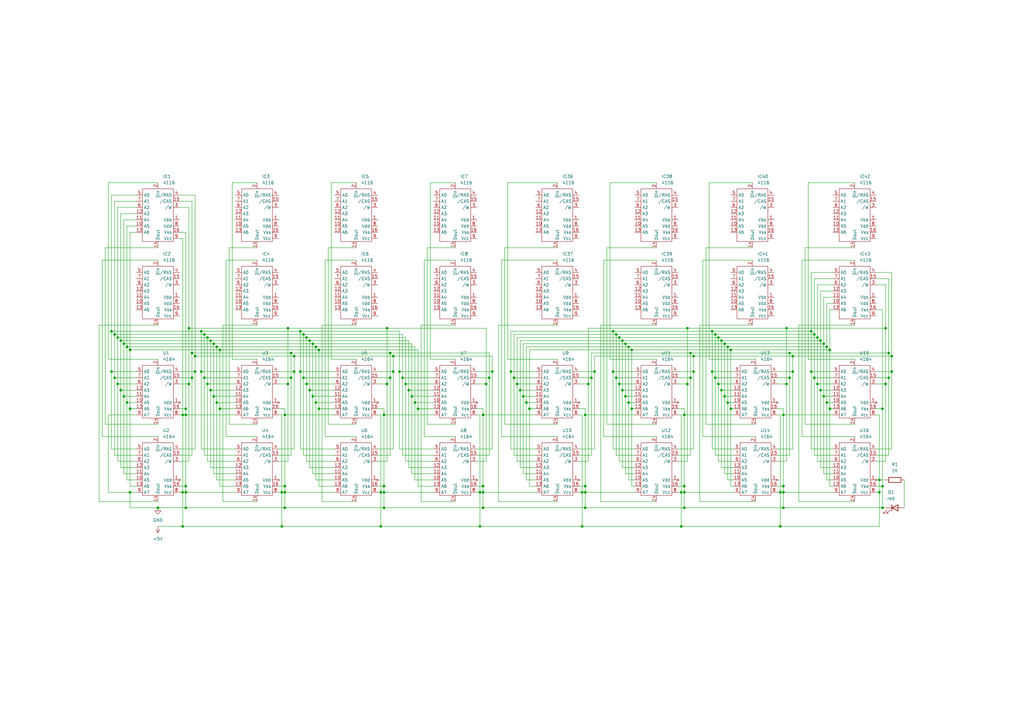
<source format=kicad_sch>
(kicad_sch (version 20211123) (generator eeschema)
  (paper "A3")
  (title_block (title "Dragon32 Mark 2 Issue 6 ram replacement board") (date "2022-02-07") (rev "0") (comment 1 "Converts 4116 x16 to 4164 x16") (comment 2 "Ignores extra memory available"))
  (junction (at 215.9 165.1))
  (junction (at 120.65 146.05))
  (junction (at 83.82 154.94))
  (junction (at 243.84 152.4))
  (junction (at 284.48 152.4))
  (junction (at 321.31 199.39))
  (junction (at 295.91 160.02))
  (junction (at 118.11 134.62))
  (junction (at 168.91 162.56))
  (junction (at 198.12 170.18))
  (junction (at 259.08 143.51))
  (junction (at 198.12 199.39))
  (junction (at 201.93 152.4))
  (junction (at 256.54 162.56))
  (junction (at 299.72 143.51))
  (junction (at 200.66 154.94))
  (junction (at 53.34 143.51))
  (junction (at 52.07 165.1))
  (junction (at 217.17 167.64))
  (junction (at 85.09 138.43))
  (junction (at 320.04 201.93))
  (junction (at 161.29 152.4))
  (junction (at 297.18 140.97))
  (junction (at 259.08 167.64))
  (junction (at 125.73 138.43))
  (junction (at 87.63 140.97))
  (junction (at 52.07 142.24))
  (junction (at 116.84 199.39))
  (junction (at 74.93 201.93))
  (junction (at 295.91 139.7))
  (junction (at 212.09 157.48))
  (junction (at 86.36 160.02))
  (junction (at 120.65 152.4))
  (junction (at 292.1 135.89))
  (junction (at 165.1 154.94))
  (junction (at 163.83 152.4))
  (junction (at 299.72 167.64))
  (junction (at 124.46 154.94))
  (junction (at 127 139.7))
  (junction (at 238.76 215.9))
  (junction (at 170.18 165.1))
  (junction (at 294.64 138.43))
  (junction (at 74.93 215.9))
  (junction (at 77.47 157.48))
  (junction (at 322.58 157.48))
  (junction (at 214.63 162.56))
  (junction (at 80.01 146.05))
  (junction (at 196.85 215.9))
  (junction (at 87.63 162.56))
  (junction (at 116.84 201.93))
  (junction (at 363.22 134.62))
  (junction (at 325.12 146.05))
  (junction (at 86.36 139.7))
  (junction (at 115.57 215.9))
  (junction (at 118.11 157.48))
  (junction (at 336.55 139.7))
  (junction (at 78.74 154.94))
  (junction (at 76.2 208.28))
  (junction (at 76.2 199.39))
  (junction (at 240.03 199.39))
  (junction (at 256.54 140.97))
  (junction (at 340.36 167.64))
  (junction (at 82.55 135.89))
  (junction (at 76.2 170.18))
  (junction (at 255.27 139.7))
  (junction (at 123.19 135.89))
  (junction (at 209.55 152.4))
  (junction (at 167.64 160.02))
  (junction (at 129.54 165.1))
  (junction (at 53.34 167.64))
  (junction (at 85.09 157.48))
  (junction (at 83.82 137.16))
  (junction (at 76.2 201.93))
  (junction (at 158.75 134.62))
  (junction (at 336.55 160.02))
  (junction (at 130.81 143.51))
  (junction (at 157.48 201.93))
  (junction (at 292.1 152.4))
  (junction (at 129.54 142.24))
  (junction (at 198.12 208.28))
  (junction (at 82.55 152.4))
  (junction (at 116.84 170.18))
  (junction (at 321.31 208.28))
  (junction (at 283.21 144.78))
  (junction (at 128.27 162.56))
  (junction (at 252.73 137.16))
  (junction (at 293.37 154.94))
  (junction (at 156.21 215.9))
  (junction (at 339.09 165.1))
  (junction (at 365.76 146.05))
  (junction (at 238.76 201.93))
  (junction (at 284.48 146.05))
  (junction (at 365.76 152.4))
  (junction (at 279.4 215.9))
  (junction (at 254 157.48))
  (junction (at 49.53 160.02))
  (junction (at 46.99 137.16))
  (junction (at 241.3 157.48))
  (junction (at 46.99 154.94))
  (junction (at 337.82 162.56))
  (junction (at 88.9 142.24))
  (junction (at 257.81 142.24))
  (junction (at 53.34 201.93))
  (junction (at 251.46 135.89))
  (junction (at 280.67 201.93))
  (junction (at 254 138.43))
  (junction (at 322.58 134.62))
  (junction (at 280.67 208.28))
  (junction (at 323.85 144.78))
  (junction (at 196.85 201.93))
  (junction (at 240.03 201.93))
  (junction (at 125.73 157.48))
  (junction (at 361.95 167.64))
  (junction (at 360.68 201.93))
  (junction (at 166.37 157.48))
  (junction (at 48.26 138.43))
  (junction (at 128.27 140.97))
  (junction (at 255.27 160.02))
  (junction (at 281.94 157.48))
  (junction (at 88.9 165.1))
  (junction (at 339.09 142.24))
  (junction (at 49.53 139.7))
  (junction (at 157.48 170.18))
  (junction (at 280.67 170.18))
  (junction (at 116.84 208.28))
  (junction (at 320.04 215.9))
  (junction (at 130.81 167.64))
  (junction (at 332.74 135.89))
  (junction (at 298.45 165.1))
  (junction (at 158.75 157.48))
  (junction (at 321.31 170.18))
  (junction (at 90.17 167.64))
  (junction (at 332.74 152.4))
  (junction (at 119.38 154.94))
  (junction (at 361.95 199.39))
  (junction (at 283.21 154.94))
  (junction (at 297.18 162.56))
  (junction (at 335.28 138.43))
  (junction (at 78.74 144.78))
  (junction (at 281.94 134.62))
  (junction (at 325.12 152.4))
  (junction (at 160.02 154.94))
  (junction (at 323.85 154.94))
  (junction (at 364.49 154.94))
  (junction (at 298.45 142.24))
  (junction (at 123.19 152.4))
  (junction (at 74.93 170.18))
  (junction (at 364.49 144.78))
  (junction (at 242.57 154.94))
  (junction (at 240.03 208.28))
  (junction (at 210.82 154.94))
  (junction (at 115.57 201.93))
  (junction (at 50.8 162.56))
  (junction (at 240.03 170.18))
  (junction (at 90.17 143.51))
  (junction (at 64.77 208.28))
  (junction (at 157.48 208.28))
  (junction (at 160.02 144.78))
  (junction (at 334.01 154.94))
  (junction (at 156.21 201.93))
  (junction (at 293.37 137.16))
  (junction (at 294.64 157.48))
  (junction (at 279.4 201.93))
  (junction (at 161.29 146.05))
  (junction (at 77.47 134.62))
  (junction (at 80.01 152.4))
  (junction (at 361.95 208.28))
  (junction (at 340.36 143.51))
  (junction (at 360.68 196.85))
  (junction (at 280.67 199.39))
  (junction (at 251.46 152.4))
  (junction (at 334.01 137.16))
  (junction (at 119.38 144.78))
  (junction (at 337.82 140.97))
  (junction (at 45.72 152.4))
  (junction (at 363.22 157.48))
  (junction (at 157.48 199.39))
  (junction (at 127 160.02))
  (junction (at 45.72 135.89))
  (junction (at 321.31 201.93))
  (junction (at 48.26 157.48))
  (junction (at 171.45 167.64))
  (junction (at 76.2 167.64))
  (junction (at 198.12 201.93))
  (junction (at 252.73 154.94))
  (junction (at 50.8 140.97))
  (junction (at 335.28 157.48))
  (junction (at 199.39 157.48))
  (junction (at 124.46 137.16))
  (junction (at 213.36 160.02))
  (junction (at 257.81 165.1))
  (wire (pts (xy 186.69 133.35) (xy 172.72 133.35)))
  (wire (pts (xy 331.47 147.32) (xy 331.47 74.93)))
  (wire (pts (xy 129.54 142.24) (xy 129.54 165.1)))
  (wire (pts (xy 50.8 140.97) (xy 50.8 162.56)))
  (wire (pts (xy 284.48 152.4) (xy 284.48 184.15)))
  (wire (pts (xy 64.77 215.9) (xy 74.93 215.9)))
  (wire (pts (xy 124.46 137.16) (xy 165.1 137.16)))
  (wire (pts (xy 92.71 106.68) (xy 92.71 179.07)))
  (wire (pts (xy 280.67 201.93) (xy 300.99 201.93)))
  (wire (pts (xy 130.81 143.51) (xy 171.45 143.51)))
  (wire (pts (xy 332.74 111.76) (xy 341.63 111.76)))
  (wire (pts (xy 309.88 173.99) (xy 289.56 173.99)))
  (wire (pts (xy 124.46 186.69) (xy 137.16 186.69)))
  (wire (pts (xy 361.95 199.39) (xy 361.95 167.64)))
  (wire (pts (xy 335.28 116.84) (xy 341.63 116.84)))
  (wire (pts (xy 82.55 152.4) (xy 96.52 152.4)))
  (wire (pts (xy 115.57 215.9) (xy 115.57 201.93)))
  (wire (pts (xy 298.45 142.24) (xy 298.45 165.1)))
  (wire (pts (xy 45.72 80.01) (xy 45.72 135.89)))
  (wire (pts (xy 76.2 208.28) (xy 116.84 208.28)))
  (wire (pts (xy 175.26 173.99) (xy 186.69 173.99)))
  (wire (pts (xy 41.91 106.68) (xy 41.91 179.07)))
  (wire (pts (xy 293.37 137.16) (xy 293.37 154.94)))
  (wire (pts (xy 44.45 201.93) (xy 44.45 170.18)))
  (wire (pts (xy 281.94 134.62) (xy 281.94 157.48)))
  (wire (pts (xy 284.48 146.05) (xy 284.48 152.4)))
  (wire (pts (xy 321.31 208.28) (xy 361.95 208.28)))
  (wire (pts (xy 82.55 184.15) (xy 96.52 184.15)))
  (wire (pts (xy 201.93 152.4) (xy 201.93 184.15)))
  (wire (pts (xy 158.75 134.62) (xy 158.75 157.48)))
  (wire (pts (xy 90.17 167.64) (xy 96.52 167.64)))
  (wire (pts (xy 318.77 201.93) (xy 320.04 201.93)))
  (wire (pts (xy 124.46 154.94) (xy 124.46 186.69)))
  (wire (pts (xy 55.88 85.09) (xy 48.26 85.09)))
  (wire (pts (xy 359.41 157.48) (xy 363.22 157.48)))
  (wire (pts (xy 340.36 167.64) (xy 341.63 167.64)))
  (wire (pts (xy 336.55 160.02) (xy 341.63 160.02)))
  (wire (pts (xy 257.81 142.24) (xy 298.45 142.24)))
  (wire (pts (xy 287.02 133.35) (xy 308.61 133.35)))
  (wire (pts (xy 50.8 162.56) (xy 50.8 194.31)))
  (wire (pts (xy 238.76 201.93) (xy 238.76 170.18)))
  (wire (pts (xy 246.38 133.35) (xy 269.24 133.35)))
  (wire (pts (xy 240.03 201.93) (xy 260.35 201.93)))
  (wire (pts (xy 241.3 189.23) (xy 237.49 189.23)))
  (wire (pts (xy 215.9 142.24) (xy 215.9 165.1)))
  (wire (pts (xy 45.72 152.4) (xy 45.72 184.15)))
  (wire (pts (xy 255.27 139.7) (xy 255.27 160.02)))
  (wire (pts (xy 128.27 140.97) (xy 128.27 162.56)))
  (wire (pts (xy 125.73 157.48) (xy 137.16 157.48)))
  (wire (pts (xy 160.02 154.94) (xy 160.02 186.69)))
  (wire (pts (xy 281.94 189.23) (xy 278.13 189.23)))
  (wire (pts (xy 50.8 90.17) (xy 50.8 140.97)))
  (wire (pts (xy 238.76 201.93) (xy 237.49 201.93)))
  (wire (pts (xy 238.76 170.18) (xy 237.49 170.18)))
  (wire (pts (xy 80.01 146.05) (xy 80.01 152.4)))
  (wire (pts (xy 45.72 135.89) (xy 45.72 152.4)))
  (wire (pts (xy 299.72 143.51) (xy 299.72 167.64)))
  (wire (pts (xy 124.46 154.94) (xy 137.16 154.94)))
  (wire (pts (xy 200.66 186.69) (xy 195.58 186.69)))
  (wire (pts (xy 133.35 179.07) (xy 146.05 179.07)))
  (wire (pts (xy 49.53 139.7) (xy 49.53 160.02)))
  (wire (pts (xy 95.25 74.93) (xy 105.41 74.93)))
  (wire (pts (xy 200.66 144.78) (xy 200.66 154.94)))
  (wire (pts (xy 73.66 80.01) (xy 80.01 80.01)))
  (wire (pts (xy 166.37 157.48) (xy 166.37 138.43)))
  (wire (pts (xy 299.72 167.64) (xy 299.72 199.39)))
  (wire (pts (xy 146.05 133.35) (xy 132.08 133.35)))
  (wire (pts (xy 50.8 140.97) (xy 87.63 140.97)))
  (wire (pts (xy 363.22 157.48) (xy 363.22 189.23)))
  (wire (pts (xy 132.08 205.74) (xy 146.05 205.74)))
  (wire (pts (xy 252.73 154.94) (xy 252.73 186.69)))
  (wire (pts (xy 292.1 135.89) (xy 332.74 135.89)))
  (wire (pts (xy 363.22 116.84) (xy 363.22 134.62)))
  (wire (pts (xy 207.01 173.99) (xy 228.6 173.99)))
  (wire (pts (xy 77.47 157.48) (xy 77.47 189.23)))
  (wire (pts (xy 217.17 167.64) (xy 217.17 199.39)))
  (wire (pts (xy 49.53 160.02) (xy 55.88 160.02)))
  (wire (pts (xy 78.74 82.55) (xy 78.74 144.78)))
  (wire (pts (xy 48.26 157.48) (xy 55.88 157.48)))
  (wire (pts (xy 114.3 201.93) (xy 115.57 201.93)))
  (wire (pts (xy 88.9 142.24) (xy 129.54 142.24)))
  (wire (pts (xy 325.12 146.05) (xy 365.76 146.05)))
  (wire (pts (xy 204.47 133.35) (xy 204.47 205.74)))
  (wire (pts (xy 243.84 184.15) (xy 237.49 184.15)))
  (wire (pts (xy 284.48 152.4) (xy 278.13 152.4)))
  (wire (pts (xy 82.55 135.89) (xy 82.55 152.4)))
  (wire (pts (xy 293.37 186.69) (xy 300.99 186.69)))
  (wire (pts (xy 158.75 157.48) (xy 154.94 157.48)))
  (wire (pts (xy 364.49 114.3) (xy 359.41 114.3)))
  (wire (pts (xy 120.65 152.4) (xy 114.3 152.4)))
  (wire (pts (xy 337.82 140.97) (xy 337.82 121.92)))
  (wire (pts (xy 240.03 170.18) (xy 240.03 167.64)))
  (wire (pts (xy 157.48 201.93) (xy 157.48 199.39)))
  (wire (pts (xy 252.73 137.16) (xy 293.37 137.16)))
  (wire (pts (xy 309.88 179.07) (xy 288.29 179.07)))
  (wire (pts (xy 228.6 101.6) (xy 207.01 101.6)))
  (wire (pts (xy 336.55 139.7) (xy 336.55 119.38)))
  (wire (pts (xy 214.63 140.97) (xy 256.54 140.97)))
  (wire (pts (xy 198.12 199.39) (xy 195.58 199.39)))
  (wire (pts (xy 55.88 90.17) (xy 50.8 90.17)))
  (wire (pts (xy 240.03 167.64) (xy 237.49 167.64)))
  (wire (pts (xy 64.77 74.93) (xy 44.45 74.93)))
  (wire (pts (xy 334.01 137.16) (xy 334.01 154.94)))
  (wire (pts (xy 290.83 74.93) (xy 308.61 74.93)))
  (wire (pts (xy 130.81 167.64) (xy 130.81 199.39)))
  (wire (pts (xy 135.89 147.32) (xy 146.05 147.32)))
  (wire (pts (xy 198.12 170.18) (xy 219.71 170.18)))
  (wire (pts (xy 280.67 208.28) (xy 280.67 201.93)))
  (wire (pts (xy 48.26 85.09) (xy 48.26 138.43)))
  (wire (pts (xy 53.34 143.51) (xy 53.34 167.64)))
  (wire (pts (xy 128.27 162.56) (xy 137.16 162.56)))
  (wire (pts (xy 160.02 144.78) (xy 160.02 154.94)))
  (wire (pts (xy 105.41 101.6) (xy 93.98 101.6)))
  (wire (pts (xy 214.63 162.56) (xy 219.71 162.56)))
  (wire (pts (xy 361.95 127) (xy 359.41 127)))
  (wire (pts (xy 168.91 162.56) (xy 168.91 194.31)))
  (wire (pts (xy 198.12 208.28) (xy 198.12 201.93)))
  (wire (pts (xy 217.17 167.64) (xy 219.71 167.64)))
  (wire (pts (xy 332.74 184.15) (xy 341.63 184.15)))
  (wire (pts (xy 46.99 154.94) (xy 46.99 186.69)))
  (wire (pts (xy 320.04 170.18) (xy 318.77 170.18)))
  (wire (pts (xy 86.36 191.77) (xy 96.52 191.77)))
  (wire (pts (xy 339.09 165.1) (xy 339.09 196.85)))
  (wire (pts (xy 128.27 140.97) (xy 168.91 140.97)))
  (wire (pts (xy 46.99 82.55) (xy 46.99 137.16)))
  (wire (pts (xy 76.2 167.64) (xy 76.2 170.18)))
  (wire (pts (xy 321.31 199.39) (xy 321.31 170.18)))
  (wire (pts (xy 279.4 170.18) (xy 278.13 170.18)))
  (wire (pts (xy 228.6 133.35) (xy 204.47 133.35)))
  (wire (pts (xy 87.63 162.56) (xy 96.52 162.56)))
  (wire (pts (xy 156.21 215.9) (xy 196.85 215.9)))
  (wire (pts (xy 77.47 134.62) (xy 118.11 134.62)))
  (wire (pts (xy 256.54 162.56) (xy 256.54 194.31)))
  (wire (pts (xy 85.09 138.43) (xy 125.73 138.43)))
  (wire (pts (xy 88.9 142.24) (xy 88.9 165.1)))
  (wire (pts (xy 269.24 205.74) (xy 246.38 205.74)))
  (wire (pts (xy 215.9 142.24) (xy 257.81 142.24)))
  (wire (pts (xy 85.09 189.23) (xy 96.52 189.23)))
  (wire (pts (xy 360.68 196.85) (xy 360.68 170.18)))
  (wire (pts (xy 240.03 201.93) (xy 240.03 199.39)))
  (wire (pts (xy 363.22 116.84) (xy 359.41 116.84)))
  (wire (pts (xy 74.93 170.18) (xy 73.66 170.18)))
  (wire (pts (xy 146.05 101.6) (xy 134.62 101.6)))
  (wire (pts (xy 322.58 157.48) (xy 322.58 189.23)))
  (wire (pts (xy 55.88 80.01) (xy 45.72 80.01)))
  (wire (pts (xy 335.28 189.23) (xy 341.63 189.23)))
  (wire (pts (xy 161.29 146.05) (xy 161.29 152.4)))
  (wire (pts (xy 186.69 106.68) (xy 173.99 106.68)))
  (wire (pts (xy 73.66 85.09) (xy 77.47 85.09)))
  (wire (pts (xy 339.09 165.1) (xy 341.63 165.1)))
  (wire (pts (xy 177.8 167.64) (xy 171.45 167.64)))
  (wire (pts (xy 125.73 157.48) (xy 125.73 189.23)))
  (wire (pts (xy 320.04 201.93) (xy 320.04 170.18)))
  (wire (pts (xy 247.65 106.68) (xy 269.24 106.68)))
  (wire (pts (xy 210.82 154.94) (xy 219.71 154.94)))
  (wire (pts (xy 105.41 106.68) (xy 92.71 106.68)))
  (wire (pts (xy 288.29 179.07) (xy 288.29 106.68)))
  (wire (pts (xy 43.18 101.6) (xy 43.18 173.99)))
  (wire (pts (xy 318.77 199.39) (xy 321.31 199.39)))
  (wire (pts (xy 217.17 143.51) (xy 217.17 167.64)))
  (wire (pts (xy 157.48 208.28) (xy 198.12 208.28)))
  (wire (pts (xy 295.91 191.77) (xy 300.99 191.77)))
  (wire (pts (xy 323.85 144.78) (xy 323.85 154.94)))
  (wire (pts (xy 163.83 135.89) (xy 163.83 152.4)))
  (wire (pts (xy 52.07 142.24) (xy 52.07 165.1)))
  (wire (pts (xy 198.12 167.64) (xy 195.58 167.64)))
  (wire (pts (xy 53.34 95.25) (xy 53.34 143.51)))
  (wire (pts (xy 320.04 215.9) (xy 360.68 215.9)))
  (wire (pts (xy 157.48 170.18) (xy 157.48 167.64)))
  (wire (pts (xy 259.08 143.51) (xy 259.08 167.64)))
  (wire (pts (xy 295.91 160.02) (xy 300.99 160.02)))
  (wire (pts (xy 259.08 199.39) (xy 260.35 199.39)))
  (wire (pts (xy 161.29 184.15) (xy 154.94 184.15)))
  (wire (pts (xy 208.28 74.93) (xy 208.28 147.32)))
  (wire (pts (xy 48.26 157.48) (xy 48.26 189.23)))
  (wire (pts (xy 241.3 134.62) (xy 241.3 157.48)))
  (wire (pts (xy 73.66 154.94) (xy 78.74 154.94)))
  (wire (pts (xy 172.72 133.35) (xy 172.72 205.74)))
  (wire (pts (xy 78.74 144.78) (xy 119.38 144.78)))
  (wire (pts (xy 170.18 165.1) (xy 170.18 196.85)))
  (wire (pts (xy 242.57 144.78) (xy 283.21 144.78)))
  (wire (pts (xy 76.2 170.18) (xy 96.52 170.18)))
  (wire (pts (xy 74.93 215.9) (xy 74.93 201.93)))
  (wire (pts (xy 257.81 196.85) (xy 260.35 196.85)))
  (wire (pts (xy 209.55 135.89) (xy 251.46 135.89)))
  (wire (pts (xy 115.57 201.93) (xy 115.57 170.18)))
  (wire (pts (xy 49.53 160.02) (xy 49.53 191.77)))
  (wire (pts (xy 116.84 201.93) (xy 116.84 199.39)))
  (wire (pts (xy 321.31 167.64) (xy 318.77 167.64)))
  (wire (pts (xy 132.08 133.35) (xy 132.08 205.74)))
  (wire (pts (xy 119.38 144.78) (xy 119.38 154.94)))
  (wire (pts (xy 52.07 196.85) (xy 55.88 196.85)))
  (wire (pts (xy 198.12 199.39) (xy 198.12 170.18)))
  (wire (pts (xy 198.12 208.28) (xy 240.03 208.28)))
  (wire (pts (xy 64.77 133.35) (xy 40.64 133.35)))
  (wire (pts (xy 86.36 160.02) (xy 96.52 160.02)))
  (wire (pts (xy 40.64 133.35) (xy 40.64 205.74)))
  (wire (pts (xy 364.49 186.69) (xy 359.41 186.69)))
  (wire (pts (xy 288.29 106.68) (xy 308.61 106.68)))
  (wire (pts (xy 83.82 154.94) (xy 96.52 154.94)))
  (wire (pts (xy 52.07 165.1) (xy 52.07 196.85)))
  (wire (pts (xy 88.9 165.1) (xy 88.9 196.85)))
  (wire (pts (xy 283.21 154.94) (xy 283.21 186.69)))
  (wire (pts (xy 298.45 142.24) (xy 339.09 142.24)))
  (wire (pts (xy 123.19 152.4) (xy 137.16 152.4)))
  (wire (pts (xy 128.27 194.31) (xy 137.16 194.31)))
  (wire (pts (xy 134.62 101.6) (xy 134.62 173.99)))
  (wire (pts (xy 123.19 184.15) (xy 137.16 184.15)))
  (wire (pts (xy 254 138.43) (xy 254 157.48)))
  (wire (pts (xy 336.55 160.02) (xy 336.55 191.77)))
  (wire (pts (xy 360.68 215.9) (xy 360.68 201.93)))
  (wire (pts (xy 49.53 191.77) (xy 55.88 191.77)))
  (wire (pts (xy 64.77 106.68) (xy 41.91 106.68)))
  (wire (pts (xy 168.91 162.56) (xy 168.91 140.97)))
  (wire (pts (xy 269.24 147.32) (xy 250.19 147.32)))
  (wire (pts (xy 255.27 160.02) (xy 260.35 160.02)))
  (wire (pts (xy 195.58 189.23) (xy 199.39 189.23)))
  (wire (pts (xy 116.84 199.39) (xy 116.84 170.18)))
  (wire (pts (xy 116.84 170.18) (xy 137.16 170.18)))
  (wire (pts (xy 248.92 173.99) (xy 248.92 101.6)))
  (wire (pts (xy 76.2 201.93) (xy 76.2 199.39)))
  (wire (pts (xy 74.93 97.79) (xy 73.66 97.79)))
  (wire (pts (xy 172.72 205.74) (xy 186.69 205.74)))
  (wire (pts (xy 240.03 199.39) (xy 237.49 199.39)))
  (wire (pts (xy 337.82 194.31) (xy 341.63 194.31)))
  (wire (pts (xy 86.36 160.02) (xy 86.36 191.77)))
  (wire (pts (xy 295.91 160.02) (xy 295.91 191.77)))
  (wire (pts (xy 292.1 135.89) (xy 292.1 152.4)))
  (wire (pts (xy 161.29 152.4) (xy 154.94 152.4)))
  (wire (pts (xy 93.98 173.99) (xy 105.41 173.99)))
  (wire (pts (xy 74.93 97.79) (xy 74.93 170.18)))
  (wire (pts (xy 213.36 160.02) (xy 219.71 160.02)))
  (wire (pts (xy 350.52 205.74) (xy 327.66 205.74)))
  (wire (pts (xy 256.54 162.56) (xy 260.35 162.56)))
  (wire (pts (xy 215.9 196.85) (xy 219.71 196.85)))
  (wire (pts (xy 334.01 137.16) (xy 334.01 114.3)))
  (wire (pts (xy 77.47 85.09) (xy 77.47 134.62)))
  (wire (pts (xy 123.19 152.4) (xy 123.19 184.15)))
  (wire (pts (xy 334.01 154.94) (xy 334.01 186.69)))
  (wire (pts (xy 45.72 184.15) (xy 55.88 184.15)))
  (wire (pts (xy 167.64 191.77) (xy 177.8 191.77)))
  (wire (pts (xy 364.49 144.78) (xy 364.49 154.94)))
  (wire (pts (xy 160.02 154.94) (xy 154.94 154.94)))
  (wire (pts (xy 77.47 134.62) (xy 77.47 157.48)))
  (wire (pts (xy 217.17 199.39) (xy 219.71 199.39)))
  (wire (pts (xy 177.8 160.02) (xy 167.64 160.02)))
  (wire (pts (xy 320.04 215.9) (xy 320.04 201.93)))
  (wire (pts (xy 52.07 92.71) (xy 52.07 142.24)))
  (wire (pts (xy 336.55 119.38) (xy 341.63 119.38)))
  (wire (pts (xy 50.8 162.56) (xy 55.88 162.56)))
  (wire (pts (xy 64.77 101.6) (xy 43.18 101.6)))
  (wire (pts (xy 242.57 154.94) (xy 242.57 186.69)))
  (wire (pts (xy 133.35 106.68) (xy 133.35 179.07)))
  (wire (pts (xy 201.93 146.05) (xy 201.93 152.4)))
  (wire (pts (xy 130.81 167.64) (xy 137.16 167.64)))
  (wire (pts (xy 210.82 137.16) (xy 210.82 154.94)))
  (wire (pts (xy 167.64 160.02) (xy 167.64 191.77)))
  (wire (pts (xy 328.93 106.68) (xy 350.52 106.68)))
  (wire (pts (xy 130.81 143.51) (xy 130.81 167.64)))
  (wire (pts (xy 251.46 152.4) (xy 251.46 184.15)))
  (wire (pts (xy 76.2 95.25) (xy 73.66 95.25)))
  (wire (pts (xy 82.55 152.4) (xy 82.55 184.15)))
  (wire (pts (xy 294.64 138.43) (xy 335.28 138.43)))
  (wire (pts (xy 280.67 199.39) (xy 280.67 170.18)))
  (wire (pts (xy 321.31 170.18) (xy 321.31 167.64)))
  (wire (pts (xy 325.12 184.15) (xy 318.77 184.15)))
  (wire (pts (xy 332.74 152.4) (xy 341.63 152.4)))
  (wire (pts (xy 254 157.48) (xy 260.35 157.48)))
  (wire (pts (xy 134.62 173.99) (xy 146.05 173.99)))
  (wire (pts (xy 350.52 173.99) (xy 330.2 173.99)))
  (wire (pts (xy 87.63 140.97) (xy 128.27 140.97)))
  (wire (pts (xy 53.34 167.64) (xy 53.34 199.39)))
  (wire (pts (xy 128.27 162.56) (xy 128.27 194.31)))
  (wire (pts (xy 243.84 152.4) (xy 243.84 184.15)))
  (wire (pts (xy 336.55 139.7) (xy 336.55 160.02)))
  (wire (pts (xy 251.46 152.4) (xy 260.35 152.4)))
  (wire (pts (xy 242.57 186.69) (xy 237.49 186.69)))
  (wire (pts (xy 340.36 143.51) (xy 340.36 127)))
  (wire (pts (xy 127 160.02) (xy 137.16 160.02)))
  (wire (pts (xy 240.03 170.18) (xy 260.35 170.18)))
  (wire (pts (xy 228.6 74.93) (xy 208.28 74.93)))
  (wire (pts (xy 256.54 140.97) (xy 256.54 162.56)))
  (wire (pts (xy 158.75 157.48) (xy 158.75 189.23)))
  (wire (pts (xy 130.81 199.39) (xy 137.16 199.39)))
  (wire (pts (xy 196.85 215.9) (xy 238.76 215.9)))
  (wire (pts (xy 125.73 189.23) (xy 137.16 189.23)))
  (wire (pts (xy 241.3 157.48) (xy 237.49 157.48)))
  (wire (pts (xy 252.73 154.94) (xy 260.35 154.94)))
  (wire (pts (xy 171.45 167.64) (xy 171.45 143.51)))
  (wire (pts (xy 76.2 199.39) (xy 73.66 199.39)))
  (wire (pts (xy 350.52 147.32) (xy 331.47 147.32)))
  (wire (pts (xy 321.31 201.93) (xy 321.31 199.39)))
  (wire (pts (xy 105.41 133.35) (xy 91.44 133.35)))
  (wire (pts (xy 118.11 157.48) (xy 118.11 189.23)))
  (wire (pts (xy 213.36 191.77) (xy 219.71 191.77)))
  (wire (pts (xy 327.66 133.35) (xy 350.52 133.35)))
  (wire (pts (xy 73.66 201.93) (xy 74.93 201.93)))
  (wire (pts (xy 214.63 162.56) (xy 214.63 194.31)))
  (wire (pts (xy 279.4 215.9) (xy 320.04 215.9)))
  (wire (pts (xy 157.48 199.39) (xy 154.94 199.39)))
  (wire (pts (xy 157.48 170.18) (xy 177.8 170.18)))
  (wire (pts (xy 361.95 208.28) (xy 361.95 199.39)))
  (wire (pts (xy 52.07 142.24) (xy 88.9 142.24)))
  (wire (pts (xy 215.9 165.1) (xy 219.71 165.1)))
  (wire (pts (xy 335.28 138.43) (xy 335.28 116.84)))
  (wire (pts (xy 365.76 111.76) (xy 359.41 111.76)))
  (wire (pts (xy 82.55 135.89) (xy 123.19 135.89)))
  (wire (pts (xy 294.64 189.23) (xy 300.99 189.23)))
  (wire (pts (xy 120.65 146.05) (xy 120.65 152.4)))
  (wire (pts (xy 76.2 95.25) (xy 76.2 167.64)))
  (wire (pts (xy 228.6 106.68) (xy 205.74 106.68)))
  (wire (pts (xy 297.18 140.97) (xy 297.18 162.56)))
  (wire (pts (xy 361.95 199.39) (xy 359.41 199.39)))
  (wire (pts (xy 114.3 199.39) (xy 116.84 199.39)))
  (wire (pts (xy 339.09 124.46) (xy 341.63 124.46)))
  (wire (pts (xy 163.83 152.4) (xy 163.83 184.15)))
  (wire (pts (xy 165.1 186.69) (xy 177.8 186.69)))
  (wire (pts (xy 365.76 152.4) (xy 359.41 152.4)))
  (wire (pts (xy 201.93 184.15) (xy 195.58 184.15)))
  (wire (pts (xy 242.57 144.78) (xy 242.57 154.94)))
  (wire (pts (xy 337.82 140.97) (xy 337.82 162.56)))
  (wire (pts (xy 334.01 186.69) (xy 341.63 186.69)))
  (wire (pts (xy 80.01 152.4) (xy 80.01 184.15)))
  (wire (pts (xy 212.09 138.43) (xy 254 138.43)))
  (wire (pts (xy 259.08 167.64) (xy 260.35 167.64)))
  (wire (pts (xy 252.73 137.16) (xy 252.73 154.94)))
  (wire (pts (xy 170.18 196.85) (xy 177.8 196.85)))
  (wire (pts (xy 85.09 157.48) (xy 96.52 157.48)))
  (wire (pts (xy 196.85 201.93) (xy 196.85 170.18)))
  (wire (pts (xy 158.75 134.62) (xy 199.39 134.62)))
  (wire (pts (xy 364.49 144.78) (xy 364.49 114.3)))
  (wire (pts (xy 88.9 196.85) (xy 96.52 196.85)))
  (wire (pts (xy 64.77 208.28) (xy 53.34 208.28)))
  (wire (pts (xy 337.82 121.92) (xy 341.63 121.92)))
  (wire (pts (xy 283.21 144.78) (xy 283.21 154.94)))
  (wire (pts (xy 76.2 167.64) (xy 73.66 167.64)))
  (wire (pts (xy 46.99 137.16) (xy 83.82 137.16)))
  (wire (pts (xy 116.84 201.93) (xy 137.16 201.93)))
  (wire (pts (xy 45.72 135.89) (xy 82.55 135.89)))
  (wire (pts (xy 254 157.48) (xy 254 189.23)))
  (wire (pts (xy 49.53 139.7) (xy 86.36 139.7)))
  (wire (pts (xy 209.55 152.4) (xy 219.71 152.4)))
  (wire (pts (xy 337.82 162.56) (xy 337.82 194.31)))
  (wire (pts (xy 176.53 74.93) (xy 176.53 147.32)))
  (wire (pts (xy 129.54 165.1) (xy 129.54 196.85)))
  (wire (pts (xy 327.66 205.74) (xy 327.66 133.35)))
  (wire (pts (xy 157.48 199.39) (xy 157.48 170.18)))
  (wire (pts (xy 196.85 201.93) (xy 195.58 201.93)))
  (wire (pts (xy 80.01 146.05) (xy 120.65 146.05)))
  (wire (pts (xy 146.05 106.68) (xy 133.35 106.68)))
  (wire (pts (xy 283.21 154.94) (xy 278.13 154.94)))
  (wire (pts (xy 284.48 146.05) (xy 325.12 146.05)))
  (wire (pts (xy 195.58 157.48) (xy 199.39 157.48)))
  (wire (pts (xy 48.26 138.43) (xy 85.09 138.43)))
  (wire (pts (xy 52.07 165.1) (xy 55.88 165.1)))
  (wire (pts (xy 280.67 201.93) (xy 280.67 199.39)))
  (wire (pts (xy 46.99 137.16) (xy 46.99 154.94)))
  (wire (pts (xy 96.52 201.93) (xy 76.2 201.93)))
  (wire (pts (xy 146.05 74.93) (xy 135.89 74.93)))
  (wire (pts (xy 298.45 165.1) (xy 298.45 196.85)))
  (wire (pts (xy 254 138.43) (xy 294.64 138.43)))
  (wire (pts (xy 118.11 134.62) (xy 158.75 134.62)))
  (wire (pts (xy 293.37 154.94) (xy 300.99 154.94)))
  (wire (pts (xy 198.12 201.93) (xy 219.71 201.93)))
  (wire (pts (xy 205.74 106.68) (xy 205.74 179.07)))
  (wire (pts (xy 90.17 199.39) (xy 96.52 199.39)))
  (wire (pts (xy 250.19 74.93) (xy 269.24 74.93)))
  (wire (pts (xy 240.03 208.28) (xy 240.03 201.93)))
  (wire (pts (xy 340.36 199.39) (xy 341.63 199.39)))
  (wire (pts (xy 118.11 134.62) (xy 118.11 157.48)))
  (wire (pts (xy 76.2 170.18) (xy 76.2 199.39)))
  (wire (pts (xy 209.55 135.89) (xy 209.55 152.4)))
  (wire (pts (xy 210.82 154.94) (xy 210.82 186.69)))
  (wire (pts (xy 283.21 186.69) (xy 278.13 186.69)))
  (wire (pts (xy 251.46 135.89) (xy 251.46 152.4)))
  (wire (pts (xy 105.41 147.32) (xy 95.25 147.32)))
  (wire (pts (xy 168.91 194.31) (xy 177.8 194.31)))
  (wire (pts (xy 166.37 157.48) (xy 166.37 189.23)))
  (wire (pts (xy 123.19 135.89) (xy 123.19 152.4)))
  (wire (pts (xy 210.82 186.69) (xy 219.71 186.69)))
  (wire (pts (xy 208.28 147.32) (xy 228.6 147.32)))
  (wire (pts (xy 280.67 170.18) (xy 280.67 167.64)))
  (wire (pts (xy 335.28 138.43) (xy 335.28 157.48)))
  (wire (pts (xy 365.76 184.15) (xy 359.41 184.15)))
  (wire (pts (xy 135.89 74.93) (xy 135.89 147.32)))
  (wire (pts (xy 64.77 208.28) (xy 76.2 208.28)))
  (wire (pts (xy 360.68 201.93) (xy 360.68 196.85)))
  (wire (pts (xy 91.44 133.35) (xy 91.44 205.74)))
  (wire (pts (xy 361.95 208.28) (xy 363.22 208.28)))
  (wire (pts (xy 163.83 184.15) (xy 177.8 184.15)))
  (wire (pts (xy 55.88 95.25) (xy 53.34 95.25)))
  (wire (pts (xy 175.26 101.6) (xy 175.26 173.99)))
  (wire (pts (xy 201.93 152.4) (xy 195.58 152.4)))
  (wire (pts (xy 289.56 101.6) (xy 308.61 101.6)))
  (wire (pts (xy 53.34 167.64) (xy 55.88 167.64)))
  (wire (pts (xy 204.47 205.74) (xy 228.6 205.74)))
  (wire (pts (xy 243.84 152.4) (xy 237.49 152.4)))
  (wire (pts (xy 257.81 165.1) (xy 257.81 196.85)))
  (wire (pts (xy 86.36 139.7) (xy 86.36 160.02)))
  (wire (pts (xy 83.82 186.69) (xy 96.52 186.69)))
  (wire (pts (xy 161.29 146.05) (xy 201.93 146.05)))
  (wire (pts (xy 279.4 201.93) (xy 278.13 201.93)))
  (wire (pts (xy 205.74 179.07) (xy 228.6 179.07)))
  (wire (pts (xy 186.69 74.93) (xy 176.53 74.93)))
  (wire (pts (xy 87.63 162.56) (xy 87.63 194.31)))
  (wire (pts (xy 124.46 137.16) (xy 124.46 154.94)))
  (wire (pts (xy 120.65 152.4) (xy 120.65 184.15)))
  (wire (pts (xy 318.77 154.94) (xy 323.85 154.94)))
  (wire (pts (xy 209.55 152.4) (xy 209.55 184.15)))
  (wire (pts (xy 119.38 154.94) (xy 119.38 186.69)))
  (wire (pts (xy 295.91 139.7) (xy 336.55 139.7)))
  (wire (pts (xy 170.18 165.1) (xy 170.18 142.24)))
  (wire (pts (xy 48.26 138.43) (xy 48.26 157.48)))
  (wire (pts (xy 74.93 201.93) (xy 74.93 170.18)))
  (wire (pts (xy 337.82 162.56) (xy 341.63 162.56)))
  (wire (pts (xy 280.67 167.64) (xy 278.13 167.64)))
  (wire (pts (xy 294.64 157.48) (xy 294.64 189.23)))
  (wire (pts (xy 157.48 208.28) (xy 157.48 201.93)))
  (wire (pts (xy 129.54 165.1) (xy 137.16 165.1)))
  (wire (pts (xy 95.25 147.32) (xy 95.25 74.93)))
  (wire (pts (xy 125.73 138.43) (xy 125.73 157.48)))
  (wire (pts (xy 116.84 208.28) (xy 157.48 208.28)))
  (wire (pts (xy 127 191.77) (xy 137.16 191.77)))
  (wire (pts (xy 364.49 154.94) (xy 364.49 186.69)))
  (wire (pts (xy 332.74 152.4) (xy 332.74 184.15)))
  (wire (pts (xy 257.81 165.1) (xy 260.35 165.1)))
  (wire (pts (xy 44.45 147.32) (xy 64.77 147.32)))
  (wire (pts (xy 90.17 143.51) (xy 130.81 143.51)))
  (wire (pts (xy 173.99 106.68) (xy 173.99 179.07)))
  (wire (pts (xy 281.94 157.48) (xy 278.13 157.48)))
  (wire (pts (xy 83.82 154.94) (xy 83.82 186.69)))
  (wire (pts (xy 242.57 154.94) (xy 237.49 154.94)))
  (wire (pts (xy 259.08 143.51) (xy 299.72 143.51)))
  (wire (pts (xy 171.45 167.64) (xy 171.45 199.39)))
  (wire (pts (xy 257.81 142.24) (xy 257.81 165.1)))
  (wire (pts (xy 361.95 167.64) (xy 361.95 127)))
  (wire (pts (xy 364.49 154.94) (xy 359.41 154.94)))
  (wire (pts (xy 199.39 157.48) (xy 199.39 134.62)))
  (wire (pts (xy 238.76 215.9) (xy 279.4 215.9)))
  (wire (pts (xy 55.88 82.55) (xy 46.99 82.55)))
  (wire (pts (xy 287.02 205.74) (xy 287.02 133.35)))
  (wire (pts (xy 177.8 162.56) (xy 168.91 162.56)))
  (wire (pts (xy 339.09 142.24) (xy 339.09 124.46)))
  (wire (pts (xy 238.76 215.9) (xy 238.76 201.93)))
  (wire (pts (xy 87.63 140.97) (xy 87.63 162.56)))
  (wire (pts (xy 177.8 152.4) (xy 163.83 152.4)))
  (wire (pts (xy 339.09 142.24) (xy 339.09 165.1)))
  (wire (pts (xy 335.28 157.48) (xy 341.63 157.48)))
  (wire (pts (xy 365.76 146.05) (xy 365.76 111.76)))
  (wire (pts (xy 212.09 157.48) (xy 212.09 189.23)))
  (wire (pts (xy 340.36 143.51) (xy 340.36 167.64)))
  (wire (pts (xy 255.27 139.7) (xy 295.91 139.7)))
  (wire (pts (xy 299.72 143.51) (xy 340.36 143.51)))
  (wire (pts (xy 212.09 138.43) (xy 212.09 157.48)))
  (wire (pts (xy 158.75 189.23) (xy 154.94 189.23)))
  (wire (pts (xy 196.85 170.18) (xy 195.58 170.18)))
  (wire (pts (xy 251.46 184.15) (xy 260.35 184.15)))
  (wire (pts (xy 298.45 165.1) (xy 300.99 165.1)))
  (wire (pts (xy 321.31 170.18) (xy 341.63 170.18)))
  (wire (pts (xy 340.36 127) (xy 341.63 127)))
  (wire (pts (xy 44.45 74.93) (xy 44.45 147.32)))
  (wire (pts (xy 76.2 201.93) (xy 76.2 208.28)))
  (wire (pts (xy 213.36 139.7) (xy 213.36 160.02)))
  (wire (pts (xy 297.18 140.97) (xy 337.82 140.97)))
  (wire (pts (xy 363.22 134.62) (xy 363.22 157.48)))
  (wire (pts (xy 339.09 196.85) (xy 341.63 196.85)))
  (wire (pts (xy 321.31 208.28) (xy 321.31 201.93)))
  (wire (pts (xy 299.72 167.64) (xy 300.99 167.64)))
  (wire (pts (xy 156.21 215.9) (xy 156.21 201.93)))
  (wire (pts (xy 53.34 208.28) (xy 53.34 201.93)))
  (wire (pts (xy 119.38 186.69) (xy 114.3 186.69)))
  (wire (pts (xy 85.09 138.43) (xy 85.09 157.48)))
  (wire (pts (xy 323.85 154.94) (xy 323.85 186.69)))
  (wire (pts (xy 293.37 154.94) (xy 293.37 186.69)))
  (wire (pts (xy 85.09 157.48) (xy 85.09 189.23)))
  (wire (pts (xy 73.66 152.4) (xy 80.01 152.4)))
  (wire (pts (xy 120.65 146.05) (xy 161.29 146.05)))
  (wire (pts (xy 334.01 114.3) (xy 341.63 114.3)))
  (wire (pts (xy 127 139.7) (xy 167.64 139.7)))
  (wire (pts (xy 129.54 196.85) (xy 137.16 196.85)))
  (wire (pts (xy 120.65 184.15) (xy 114.3 184.15)))
  (wire (pts (xy 292.1 184.15) (xy 300.99 184.15)))
  (wire (pts (xy 215.9 165.1) (xy 215.9 196.85)))
  (wire (pts (xy 254 189.23) (xy 260.35 189.23)))
  (wire (pts (xy 269.24 179.07) (xy 247.65 179.07)))
  (wire (pts (xy 55.88 92.71) (xy 52.07 92.71)))
  (wire (pts (xy 318.77 157.48) (xy 322.58 157.48)))
  (wire (pts (xy 318.77 152.4) (xy 325.12 152.4)))
  (wire (pts (xy 279.4 215.9) (xy 279.4 201.93)))
  (wire (pts (xy 93.98 101.6) (xy 93.98 173.99)))
  (wire (pts (xy 114.3 157.48) (xy 118.11 157.48)))
  (wire (pts (xy 78.74 154.94) (xy 78.74 186.69)))
  (wire (pts (xy 280.67 199.39) (xy 278.13 199.39)))
  (wire (pts (xy 214.63 194.31) (xy 219.71 194.31)))
  (wire (pts (xy 335.28 157.48) (xy 335.28 189.23)))
  (wire (pts (xy 363.22 189.23) (xy 359.41 189.23)))
  (wire (pts (xy 55.88 87.63) (xy 49.53 87.63)))
  (wire (pts (xy 251.46 135.89) (xy 292.1 135.89)))
  (wire (pts (xy 309.88 147.32) (xy 290.83 147.32)))
  (wire (pts (xy 167.64 160.02) (xy 167.64 139.7)))
  (wire (pts (xy 200.66 154.94) (xy 195.58 154.94)))
  (wire (pts (xy 210.82 137.16) (xy 252.73 137.16)))
  (wire (pts (xy 361.95 167.64) (xy 359.41 167.64)))
  (wire (pts (xy 246.38 205.74) (xy 246.38 133.35)))
  (wire (pts (xy 340.36 167.64) (xy 340.36 199.39)))
  (wire (pts (xy 123.19 135.89) (xy 163.83 135.89)))
  (wire (pts (xy 90.17 167.64) (xy 90.17 143.51)))
  (wire (pts (xy 116.84 170.18) (xy 116.84 167.64)))
  (wire (pts (xy 129.54 142.24) (xy 170.18 142.24)))
  (wire (pts (xy 212.09 189.23) (xy 219.71 189.23)))
  (wire (pts (xy 294.64 157.48) (xy 300.99 157.48)))
  (wire (pts (xy 293.37 137.16) (xy 334.01 137.16)))
  (wire (pts (xy 160.02 144.78) (xy 200.66 144.78)))
  (wire (pts (xy 186.69 101.6) (xy 175.26 101.6)))
  (wire (pts (xy 292.1 152.4) (xy 292.1 184.15)))
  (wire (pts (xy 92.71 179.07) (xy 105.41 179.07)))
  (wire (pts (xy 46.99 186.69) (xy 55.88 186.69)))
  (wire (pts (xy 370.84 196.85) (xy 370.84 208.28)))
  (wire (pts (xy 212.09 157.48) (xy 219.71 157.48)))
  (wire (pts (xy 127 139.7) (xy 127 160.02)))
  (wire (pts (xy 50.8 194.31) (xy 55.88 194.31)))
  (wire (pts (xy 83.82 137.16) (xy 124.46 137.16)))
  (wire (pts (xy 322.58 189.23) (xy 318.77 189.23)))
  (wire (pts (xy 46.99 154.94) (xy 55.88 154.94)))
  (wire (pts (xy 177.8 165.1) (xy 170.18 165.1)))
  (wire (pts (xy 177.8 157.48) (xy 166.37 157.48)))
  (wire (pts (xy 243.84 146.05) (xy 284.48 146.05)))
  (wire (pts (xy 281.94 157.48) (xy 281.94 189.23)))
  (wire (pts (xy 280.67 170.18) (xy 300.99 170.18)))
  (wire (pts (xy 127 160.02) (xy 127 191.77)))
  (wire (pts (xy 90.17 167.64) (xy 90.17 199.39)))
  (wire (pts (xy 125.73 138.43) (xy 166.37 138.43)))
  (wire (pts (xy 91.44 205.74) (xy 105.41 205.74)))
  (wire (pts (xy 171.45 199.39) (xy 177.8 199.39)))
  (wire (pts (xy 325.12 152.4) (xy 325.12 184.15)))
  (wire (pts (xy 252.73 186.69) (xy 260.35 186.69)))
  (wire (pts (xy 299.72 199.39) (xy 300.99 199.39)))
  (wire (pts (xy 256.54 194.31) (xy 260.35 194.31)))
  (wire (pts (xy 157.48 201.93) (xy 177.8 201.93)))
  (wire (pts (xy 213.36 139.7) (xy 255.27 139.7)))
  (wire (pts (xy 241.3 157.48) (xy 241.3 189.23)))
  (wire (pts (xy 350.52 179.07) (xy 328.93 179.07)))
  (wire (pts (xy 332.74 152.4) (xy 332.74 135.89)))
  (wire (pts (xy 292.1 152.4) (xy 300.99 152.4)))
  (wire (pts (xy 166.37 189.23) (xy 177.8 189.23)))
  (wire (pts (xy 177.8 154.94) (xy 165.1 154.94)))
  (wire (pts (xy 207.01 101.6) (xy 207.01 173.99)))
  (wire (pts (xy 40.64 205.74) (xy 64.77 205.74)))
  (wire (pts (xy 243.84 146.05) (xy 243.84 152.4)))
  (wire (pts (xy 88.9 165.1) (xy 96.52 165.1)))
  (wire (pts (xy 43.18 173.99) (xy 64.77 173.99)))
  (wire (pts (xy 176.53 147.32) (xy 186.69 147.32)))
  (wire (pts (xy 284.48 184.15) (xy 278.13 184.15)))
  (wire (pts (xy 53.34 201.93) (xy 44.45 201.93)))
  (wire (pts (xy 295.91 139.7) (xy 295.91 160.02)))
  (wire (pts (xy 281.94 134.62) (xy 322.58 134.62)))
  (wire (pts (xy 247.65 179.07) (xy 247.65 106.68)))
  (wire (pts (xy 256.54 140.97) (xy 297.18 140.97)))
  (wire (pts (xy 198.12 201.93) (xy 198.12 199.39)))
  (wire (pts (xy 48.26 189.23) (xy 55.88 189.23)))
  (wire (pts (xy 297.18 194.31) (xy 300.99 194.31)))
  (wire (pts (xy 279.4 201.93) (xy 279.4 170.18)))
  (wire (pts (xy 328.93 179.07) (xy 328.93 106.68)))
  (wire (pts (xy 360.68 196.85) (xy 363.22 196.85)))
  (wire (pts (xy 161.29 152.4) (xy 161.29 184.15)))
  (wire (pts (xy 330.2 173.99) (xy 330.2 101.6)))
  (wire (pts (xy 365.76 152.4) (xy 365.76 184.15)))
  (wire (pts (xy 165.1 137.16) (xy 165.1 154.94)))
  (wire (pts (xy 78.74 186.69) (xy 73.66 186.69)))
  (wire (pts (xy 80.01 80.01) (xy 80.01 146.05)))
  (wire (pts (xy 331.47 74.93) (xy 350.52 74.93)))
  (wire (pts (xy 360.68 170.18) (xy 359.41 170.18)))
  (wire (pts (xy 250.19 147.32) (xy 250.19 74.93)))
  (wire (pts (xy 309.88 205.74) (xy 287.02 205.74)))
  (wire (pts (xy 209.55 184.15) (xy 219.71 184.15)))
  (wire (pts (xy 336.55 191.77) (xy 341.63 191.77)))
  (wire (pts (xy 80.01 184.15) (xy 73.66 184.15)))
  (wire (pts (xy 118.11 189.23) (xy 114.3 189.23)))
  (wire (pts (xy 199.39 189.23) (xy 199.39 157.48)))
  (wire (pts (xy 290.83 147.32) (xy 290.83 74.93)))
  (wire (pts (xy 116.84 167.64) (xy 114.3 167.64)))
  (wire (pts (xy 269.24 173.99) (xy 248.92 173.99)))
  (wire (pts (xy 157.48 167.64) (xy 154.94 167.64)))
  (wire (pts (xy 119.38 144.78) (xy 160.02 144.78)))
  (wire (pts (xy 213.36 160.02) (xy 213.36 191.77)))
  (wire (pts (xy 323.85 186.69) (xy 318.77 186.69)))
  (wire (pts (xy 240.03 199.39) (xy 240.03 170.18)))
  (wire (pts (xy 73.66 189.23) (xy 77.47 189.23)))
  (wire (pts (xy 41.91 179.07) (xy 64.77 179.07)))
  (wire (pts (xy 297.18 162.56) (xy 297.18 194.31)))
  (wire (pts (xy 173.99 179.07) (xy 186.69 179.07)))
  (wire (pts (xy 280.67 208.28) (xy 321.31 208.28)))
  (wire (pts (xy 115.57 170.18) (xy 114.3 170.18)))
  (wire (pts (xy 360.68 201.93) (xy 359.41 201.93)))
  (wire (pts (xy 325.12 146.05) (xy 325.12 152.4)))
  (wire (pts (xy 78.74 144.78) (xy 78.74 154.94)))
  (wire (pts (xy 198.12 170.18) (xy 198.12 167.64)))
  (wire (pts (xy 196.85 215.9) (xy 196.85 201.93)))
  (wire (pts (xy 53.34 199.39) (xy 55.88 199.39)))
  (wire (pts (xy 297.18 162.56) (xy 300.99 162.56)))
  (wire (pts (xy 330.2 101.6) (xy 350.52 101.6)))
  (wire (pts (xy 44.45 170.18) (xy 55.88 170.18)))
  (wire (pts (xy 332.74 135.89) (xy 332.74 111.76)))
  (wire (pts (xy 240.03 208.28) (xy 280.67 208.28)))
  (wire (pts (xy 200.66 154.94) (xy 200.66 186.69)))
  (wire (pts (xy 53.34 201.93) (xy 55.88 201.93)))
  (wire (pts (xy 49.53 87.63) (xy 49.53 139.7)))
  (wire (pts (xy 86.36 139.7) (xy 127 139.7)))
  (wire (pts (xy 53.34 143.51) (xy 90.17 143.51)))
  (wire (pts (xy 298.45 196.85) (xy 300.99 196.85)))
  (wire (pts (xy 165.1 154.94) (xy 165.1 186.69)))
  (wire (pts (xy 74.93 215.9) (xy 115.57 215.9)))
  (wire (pts (xy 248.92 101.6) (xy 269.24 101.6)))
  (wire (pts (xy 283.21 144.78) (xy 323.85 144.78)))
  (wire (pts (xy 115.57 215.9) (xy 156.21 215.9)))
  (wire (pts (xy 160.02 186.69) (xy 154.94 186.69)))
  (wire (pts (xy 365.76 146.05) (xy 365.76 152.4)))
  (wire (pts (xy 156.21 201.93) (xy 154.94 201.93)))
  (wire (pts (xy 45.72 152.4) (xy 55.88 152.4)))
  (wire (pts (xy 83.82 137.16) (xy 83.82 154.94)))
  (wire (pts (xy 217.17 143.51) (xy 259.08 143.51)))
  (wire (pts (xy 294.64 138.43) (xy 294.64 157.48)))
  (wire (pts (xy 241.3 134.62) (xy 281.94 134.62)))
  (wire (pts (xy 156.21 170.18) (xy 154.94 170.18)))
  (wire (pts (xy 116.84 208.28) (xy 116.84 201.93)))
  (wire (pts (xy 259.08 167.64) (xy 259.08 199.39)))
  (wire (pts (xy 255.27 191.77) (xy 260.35 191.77)))
  (wire (pts (xy 156.21 201.93) (xy 156.21 170.18)))
  (wire (pts (xy 323.85 144.78) (xy 364.49 144.78)))
  (wire (pts (xy 322.58 134.62) (xy 322.58 157.48)))
  (wire (pts (xy 322.58 134.62) (xy 363.22 134.62)))
  (wire (pts (xy 289.56 173.99) (xy 289.56 101.6)))
  (wire (pts (xy 87.63 194.31) (xy 96.52 194.31)))
  (wire (pts (xy 255.27 160.02) (xy 255.27 191.77)))
  (wire (pts (xy 334.01 154.94) (xy 341.63 154.94)))
  (wire (pts (xy 114.3 154.94) (xy 119.38 154.94)))
  (wire (pts (xy 321.31 201.93) (xy 341.63 201.93)))
  (wire (pts (xy 214.63 140.97) (xy 214.63 162.56)))
  (wire (pts (xy 73.66 82.55) (xy 78.74 82.55)))
  (wire (pts (xy 77.47 157.48) (xy 73.66 157.48)))
  (symbol (lib_name "4164_11") (lib_id "4164_dram:4164") (at 186.69 161.29 0) (unit 1)
    (property "Reference" "U7" (at 188.7094 144.78 0) (effects (justify left)))
    (property "Value" "4164" (at 188.7094 147.32 0) (effects (justify left)))
    (property "Footprint" "Package_DIP:DIP-16_W7.62mm_Socket" (effects hide))
  )
  (symbol (lib_name "4164_6") (lib_id "4164_dram:4164") (at 105.41 193.04 0) (unit 1)
    (property "Reference" "U4" (at 107.4294 176.53 0) (effects (justify left)))
    (property "Value" "4164" (at 107.4294 179.07 0) (effects (justify left)))
    (property "Footprint" "Package_DIP:DIP-16_W7.62mm_Socket" (effects hide))
  )
  (symbol (lib_name "4116_13") (lib_id "4164_dram:4116") (at 350.52 120.65 0) (unit 1)
    (property "Reference" "IC43" (at 352.5394 104.14 0) (effects (justify left)))
    (property "Value" "4116" (at 352.5394 106.68 0) (effects (justify left)))
    (property "Footprint" "Package_DIP:DIP-16_W7.62mm_Socket" (effects hide))
  )
  (symbol (lib_name "4116_11") (lib_id "4164_dram:4116") (at 186.69 88.9 0) (unit 1)
    (property "Reference" "IC7" (at 188.7094 72.39 0) (effects (justify left)))
    (property "Value" "4116" (at 188.7094 74.93 0) (effects (justify left)))
    (property "Footprint" "Package_DIP:DIP-16_W7.62mm_Socket" (effects hide))
  )
  (symbol (lib_name "4164_1") (lib_id "4164_dram:4164") (at 228.6 193.04 0) (unit 1)
    (property "Reference" "U10" (at 230.6194 176.53 0) (effects (justify left)))
    (property "Value" "4164" (at 230.6194 179.07 0) (effects (justify left)))
    (property "Footprint" "Package_DIP:DIP-16_W7.62mm_Socket" (effects hide))
  )
  (symbol (lib_name "4164_14") (lib_id "4164_dram:4164") (at 350.52 193.04 0) (unit 1)
    (property "Reference" "U16" (at 352.5394 176.53 0) (effects (justify left)))
    (property "Value" "4164" (at 352.5394 179.07 0) (effects (justify left)))
    (property "Footprint" "Package_DIP:DIP-16_W7.62mm_Socket" (effects hide))
  )
  (symbol (lib_name "4164_15") (lib_id "4164_dram:4164") (at 350.52 161.29 0) (unit 1)
    (property "Reference" "U15" (at 352.5394 144.78 0) (effects (justify left)))
    (property "Value" "4164" (at 352.5394 147.32 0) (effects (justify left)))
    (property "Footprint" "Package_DIP:DIP-16_W7.62mm_Socket" (effects hide))
  )
  (symbol (lib_name "4116_1") (lib_id "4164_dram:4116") (at 228.6 120.65 0) (unit 1)
    (property "Reference" "IC37" (at 230.6194 104.14 0) (effects (justify left)))
    (property "Value" "4116" (at 230.6194 106.68 0) (effects (justify left)))
    (property "Footprint" "Package_DIP:DIP-16_W7.62mm_Socket" (effects hide))
  )
  (symbol (lib_name "4116_2") (lib_id "4164_dram:4116") (at 269.24 88.9 0) (unit 1)
    (property "Reference" "IC38" (at 271.2594 72.39 0) (effects (justify left)))
    (property "Value" "4116" (at 271.2594 74.93 0) (effects (justify left)))
    (property "Footprint" "Package_DIP:DIP-16_W7.62mm_Socket" (effects hide))
  )
  (symbol (lib_name "4116_9") (lib_id "4164_dram:4116") (at 146.05 120.65 0) (unit 1)
    (property "Reference" "IC6" (at 148.0694 104.14 0) (effects (justify left)))
    (property "Value" "4116" (at 148.0694 106.68 0) (effects (justify left)))
    (property "Footprint" "Package_DIP:DIP-16_W7.62mm_Socket" (effects hide))
  )
  (symbol (lib_name "4116_5") (lib_id "4164_dram:4116") (at 64.77 88.9 0) (unit 1)
    (property "Reference" "IC1" (at 66.7894 72.39 0) (effects (justify left)))
    (property "Value" "4116" (at 66.7894 74.93 0) (effects (justify left)))
    (property "Footprint" "Package_DIP:DIP-16_W7.62mm_Socket" (effects hide))
  )
  (symbol (lib_name "4164_12") (lib_id "4164_dram:4164") (at 186.69 193.04 0) (unit 1)
    (property "Reference" "U8" (at 188.7094 176.53 0) (effects (justify left)))
    (property "Value" "4164" (at 188.7094 179.07 0) (effects (justify left)))
    (property "Footprint" "Package_DIP:DIP-16_W7.62mm_Socket" (effects hide))
  )
  (symbol (lib_name "4116_10") (lib_id "4164_dram:4116") (at 186.69 120.65 0) (unit 1)
    (property "Reference" "IC8" (at 188.7094 104.14 0) (effects (justify left)))
    (property "Value" "4116" (at 188.7094 106.68 0) (effects (justify left)))
    (property "Footprint" "Package_DIP:DIP-16_W7.62mm_Socket" (effects hide))
  )
  (symbol (lib_name "4164_9") (lib_id "4164_dram:4164") (at 146.05 161.29 0) (unit 1)
    (property "Reference" "U5" (at 148.0694 144.78 0) (effects (justify left)))
    (property "Value" "4164" (at 148.0694 147.32 0) (effects (justify left)))
    (property "Footprint" "Package_DIP:DIP-16_W7.62mm_Socket" (effects hide))
  )
  (symbol (lib_name "4116_7") (lib_id "4164_dram:4116") (at 64.77 120.65 0) (unit 1)
    (property "Reference" "IC2" (at 66.7894 104.14 0) (effects (justify left)))
    (property "Value" "4116" (at 66.7894 106.68 0) (effects (justify left)))
    (property "Footprint" "Package_DIP:DIP-16_W7.62mm_Socket" (effects hide))
  )
  (symbol (lib_id "power:+5V") (at 64.77 215.9 180) (unit 1)
    (property "Reference" "#PWR02" (effects hide))
    (property "Value" "+5V" (at 64.77 220.98 0))
  )
  (symbol (lib_name "4164_10") (lib_id "4164_dram:4164") (at 146.05 193.04 0) (unit 1)
    (property "Reference" "U6" (at 148.0694 176.53 0) (effects (justify left)))
    (property "Value" "4164" (at 148.0694 179.07 0) (effects (justify left)))
    (property "Footprint" "Package_DIP:DIP-16_W7.62mm_Socket" (effects hide))
  )
  (symbol (lib_name "4164_5") (lib_id "4164_dram:4164") (at 64.77 193.04 0) (unit 1)
    (property "Reference" "U2" (at 66.7894 176.53 0) (effects (justify left)))
    (property "Value" "4164" (at 66.7894 179.07 0) (effects (justify left)))
    (property "Footprint" "Package_DIP:DIP-16_W7.62mm_Socket" (effects hide))
  )
  (symbol (lib_name "4116_3") (lib_id "4164_dram:4116") (at 269.24 120.65 0) (unit 1)
    (property "Reference" "IC39" (at 271.2594 104.14 0) (effects (justify left)))
    (property "Value" "4116" (at 271.2594 106.68 0) (effects (justify left)))
    (property "Footprint" "Package_DIP:DIP-16_W7.62mm_Socket" (effects hide))
  )
  (symbol (lib_name "4116_6") (lib_id "4164_dram:4116") (at 105.41 88.9 0) (unit 1)
    (property "Reference" "IC3" (at 107.4294 72.39 0) (effects (justify left)))
    (property "Value" "4116" (at 107.4294 74.93 0) (effects (justify left)))
    (property "Footprint" "Package_DIP:DIP-16_W7.62mm_Socket" (effects hide))
  )
  (symbol (lib_id "Device:R") (at 367.03 196.85 90) (unit 1)
    (property "Reference" "R1" (at 367.03 190.5 90))
    (property "Value" "1K" (at 367.03 193.04 90))
    (property "Footprint" "Resistor_THT:R_Axial_DIN0309_L9.0mm_D3.2mm_P12.70mm_Horizontal" (effects hide))
  )
  (symbol (lib_id "4164_dram:4116") (at 308.61 120.65 0) (unit 1)
    (property "Reference" "IC41" (at 310.6294 104.14 0) (effects (justify left)))
    (property "Value" "4116" (at 310.6294 106.68 0) (effects (justify left)))
    (property "Footprint" "Package_DIP:DIP-16_W7.62mm_Socket" (effects hide))
  )
  (symbol (lib_name "4164_8") (lib_id "4164_dram:4164") (at 105.41 161.29 0) (unit 1)
    (property "Reference" "U3" (at 107.4294 144.78 0) (effects (justify left)))
    (property "Value" "4164" (at 107.4294 147.32 0) (effects (justify left)))
    (property "Footprint" "Package_DIP:DIP-16_W7.62mm_Socket" (effects hide))
  )
  (symbol (lib_name "4164_13") (lib_id "4164_dram:4164") (at 309.88 193.04 0) (unit 1)
    (property "Reference" "U14" (at 311.8994 176.53 0) (effects (justify left)))
    (property "Value" "4164" (at 311.8994 179.07 0) (effects (justify left)))
    (property "Footprint" "Package_DIP:DIP-16_W7.62mm_Socket" (effects hide))
  )
  (symbol (lib_id "power:GND") (at 64.77 208.28 0) (unit 1)
    (property "Reference" "#PWR01" (effects hide))
    (property "Value" "GND" (at 64.77 213.36 0))
  )
  (symbol (lib_name "4116_12") (lib_id "4164_dram:4116") (at 146.05 88.9 0) (unit 1)
    (property "Reference" "IC5" (at 148.0694 72.39 0) (effects (justify left)))
    (property "Value" "4116" (at 148.0694 74.93 0) (effects (justify left)))
    (property "Footprint" "Package_DIP:DIP-16_W7.62mm_Socket" (effects hide))
  )
  (symbol (lib_name "4116_8") (lib_id "4164_dram:4116") (at 105.41 120.65 0) (unit 1)
    (property "Reference" "IC4" (at 107.4294 104.14 0) (effects (justify left)))
    (property "Value" "4116" (at 107.4294 106.68 0) (effects (justify left)))
    (property "Footprint" "Package_DIP:DIP-16_W7.62mm_Socket" (effects hide))
  )
  (symbol (lib_id "Device:LED") (at 367.03 208.28 0) (unit 1)
    (property "Reference" "D1" (at 365.4425 201.93 0))
    (property "Value" "red" (at 365.4425 204.47 0))
    (property "Footprint" "LED_THT:LED_D5.0mm" (effects hide))
  )
  (symbol (lib_name "4164_3") (lib_id "4164_dram:4164") (at 269.24 161.29 0) (unit 1)
    (property "Reference" "U11" (at 271.2594 144.78 0) (effects (justify left)))
    (property "Value" "4164" (at 271.2594 147.32 0) (effects (justify left)))
    (property "Footprint" "Package_DIP:DIP-16_W7.62mm_Socket" (effects hide))
  )
  (symbol (lib_name "4164_4") (lib_id "4164_dram:4164") (at 269.24 193.04 0) (unit 1)
    (property "Reference" "U12" (at 271.2594 176.53 0) (effects (justify left)))
    (property "Value" "4164" (at 271.2594 179.07 0) (effects (justify left)))
    (property "Footprint" "Package_DIP:DIP-16_W7.62mm_Socket" (effects hide))
  )
  (symbol (lib_name "4116_14") (lib_id "4164_dram:4116") (at 350.52 88.9 0) (unit 1)
    (property "Reference" "IC42" (at 352.5394 72.39 0) (effects (justify left)))
    (property "Value" "4116" (at 352.5394 74.93 0) (effects (justify left)))
    (property "Footprint" "Package_DIP:DIP-16_W7.62mm_Socket" (effects hide))
  )
  (symbol (lib_name "4116_4") (lib_id "4164_dram:4116") (at 228.6 88.9 0) (unit 1)
    (property "Reference" "IC36" (at 230.6194 72.39 0) (effects (justify left)))
    (property "Value" "4116" (at 230.6194 74.93 0) (effects (justify left)))
    (property "Footprint" "Package_DIP:DIP-16_W7.62mm_Socket" (effects hide))
  )
  (symbol (lib_id "4164_dram:4164") (at 309.88 161.29 0) (unit 1)
    (property "Reference" "U13" (at 311.8994 144.78 0) (effects (justify left)))
    (property "Value" "4164" (at 311.8994 147.32 0) (effects (justify left)))
    (property "Footprint" "Package_DIP:DIP-16_W7.62mm_Socket" (effects hide))
  )
  (symbol (lib_name "4164_7") (lib_id "4164_dram:4164") (at 64.77 161.29 0) (unit 1)
    (property "Reference" "U1" (at 66.7894 144.78 0) (effects (justify left)))
    (property "Value" "4164" (at 66.7894 147.32 0) (effects (justify left)))
    (property "Footprint" "Package_DIP:DIP-16_W7.62mm_Socket" (effects hide))
  )
  (symbol (lib_name "4116_15") (lib_id "4164_dram:4116") (at 308.61 88.9 0) (unit 1)
    (property "Reference" "IC40" (at 310.6294 72.39 0) (effects (justify left)))
    (property "Value" "4116" (at 310.6294 74.93 0) (effects (justify left)))
    (property "Footprint" "Package_DIP:DIP-16_W7.62mm_Socket" (effects hide))
  )
  (symbol (lib_name "4164_2") (lib_id "4164_dram:4164") (at 228.6 161.29 0) (unit 1)
    (property "Reference" "U9" (at 230.6194 144.78 0) (effects (justify left)))
    (property "Value" "4164" (at 230.6194 147.32 0) (effects (justify left)))
    (property "Footprint" "Package_DIP:DIP-16_W7.62mm_Socket" (effects hide))
  )
)
</source>
